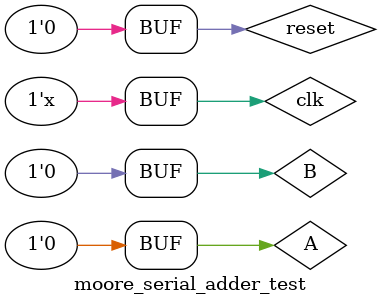
<source format=v>
module moore_serial_adder_test;
reg A, B, clk, reset;
wire sum, carry;

moore_serial_adder SA(sum, carry, A, B, clk, reset);

initial 
begin
	clk = 1'b0;
	$monitor($time, "sum=%b, carry=%b, A=%b, B=%b, clk, reset\n", sum, carry, A, B, clk, reset);
	#5 A = 1'b1; B = 1'b0; reset = 1'b0;  	//sum = 1 , carry = 0
	#10 A = 1'b0; B = 1'b1; reset = 1'b0;	//sum = 1 , carry = 0
	#10 A = 1'b1; B = 1'b1; reset = 1'b0;	//sum = 0 , carry = 1
	#10 A = 1'b1; B = 1'b1; reset = 1'b0;	//sum = 1 , carry = 1
	#10 A = 1'b0; B = 1'b0; reset = 1'b0;	//sum = 1 , carry = 0
	#10 A = 1'b1; B = 1'b1; reset = 1'b0;	//sum = 0 , carry = 1
	#10 A = 1'b1; B = 1'b0; reset = 1'b1;	//sum = 0 , carry = 0
	#10 A = 1'b1; B = 1'b1; reset = 1'b0;	//sum = 0 , carry = 1
	#10 A = 1'b0; B = 1'b0; reset = 1'b0;	//sum = 1 , carry = 0
	#10 A = 1'b0; B = 1'b0; reset = 1'b0;	//sum = 0 , carry = 0
end

always
begin
	#10 clk = ~clk;
end
endmodule

</source>
